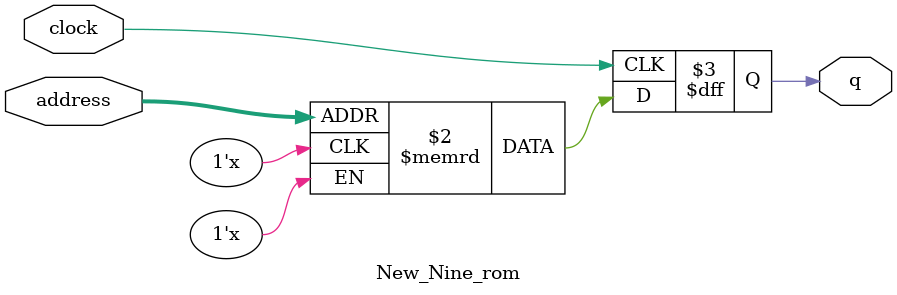
<source format=sv>
module New_Nine_rom (
	input logic clock,
	input logic [7:0] address,
	output logic [0:0] q
);

logic [0:0] memory [0:195] /* synthesis ram_init_file = "./New_Nine/New_Nine.mif" */;

always_ff @ (posedge clock) begin
	q <= memory[address];
end

endmodule

</source>
